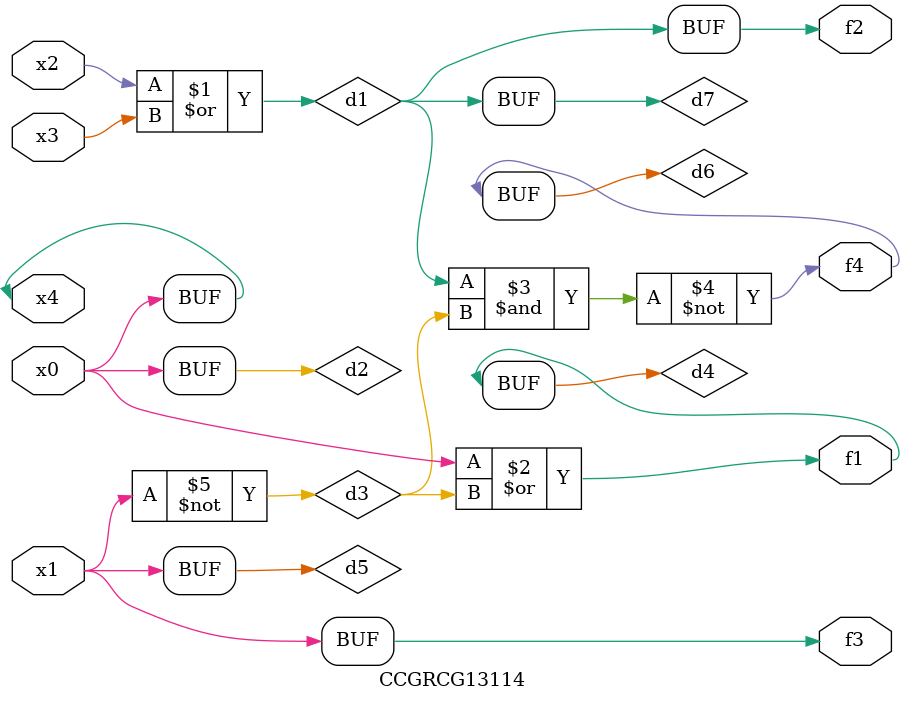
<source format=v>
module CCGRCG13114(
	input x0, x1, x2, x3, x4,
	output f1, f2, f3, f4
);

	wire d1, d2, d3, d4, d5, d6, d7;

	or (d1, x2, x3);
	buf (d2, x0, x4);
	not (d3, x1);
	or (d4, d2, d3);
	not (d5, d3);
	nand (d6, d1, d3);
	or (d7, d1);
	assign f1 = d4;
	assign f2 = d7;
	assign f3 = d5;
	assign f4 = d6;
endmodule

</source>
